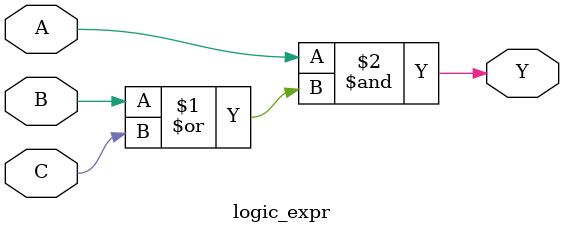
<source format=v>
module logic_expr (
    input  wire A,
    input  wire B,
    input  wire C,
    output wire Y
);
    assign Y = A & (B | C);
endmodule

</source>
